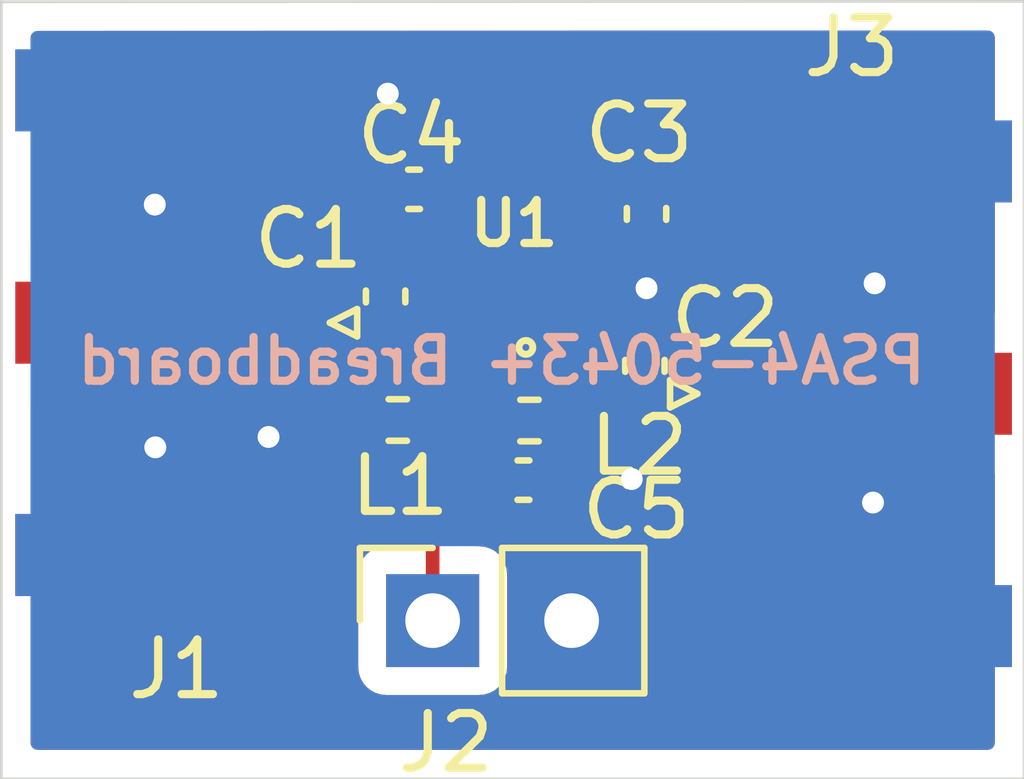
<source format=kicad_pcb>
(kicad_pcb (version 20171130) (host pcbnew "(5.1.10)-1")

  (general
    (thickness 1.6)
    (drawings 6)
    (tracks 59)
    (zones 0)
    (modules 11)
    (nets 8)
  )

  (page A4)
  (layers
    (0 F.Cu signal hide)
    (1 In1.Cu signal hide)
    (2 In2.Cu signal hide)
    (31 B.Cu signal hide)
    (32 B.Adhes user)
    (33 F.Adhes user)
    (34 B.Paste user)
    (35 F.Paste user)
    (36 B.SilkS user)
    (37 F.SilkS user)
    (38 B.Mask user)
    (39 F.Mask user)
    (40 Dwgs.User user)
    (41 Cmts.User user)
    (42 Eco1.User user)
    (43 Eco2.User user)
    (44 Edge.Cuts user)
    (45 Margin user)
    (46 B.CrtYd user)
    (47 F.CrtYd user)
    (48 B.Fab user)
    (49 F.Fab user hide)
  )

  (setup
    (last_trace_width 0.25)
    (trace_clearance 0.3048)
    (zone_clearance 0.508)
    (zone_45_only no)
    (trace_min 0.2)
    (via_size 0.8)
    (via_drill 0.4)
    (via_min_size 0.4)
    (via_min_drill 0.3)
    (uvia_size 0.3)
    (uvia_drill 0.1)
    (uvias_allowed no)
    (uvia_min_size 0.2)
    (uvia_min_drill 0.1)
    (edge_width 0.05)
    (segment_width 0.2)
    (pcb_text_width 0.3)
    (pcb_text_size 1.5 1.5)
    (mod_edge_width 0.12)
    (mod_text_size 1 1)
    (mod_text_width 0.15)
    (pad_size 1.7 1.7)
    (pad_drill 1)
    (pad_to_mask_clearance 0)
    (aux_axis_origin 0 0)
    (visible_elements 7FFFFFFF)
    (pcbplotparams
      (layerselection 0x010fc_ffffffff)
      (usegerberextensions false)
      (usegerberattributes true)
      (usegerberadvancedattributes true)
      (creategerberjobfile true)
      (excludeedgelayer true)
      (linewidth 0.100000)
      (plotframeref false)
      (viasonmask false)
      (mode 1)
      (useauxorigin false)
      (hpglpennumber 1)
      (hpglpenspeed 20)
      (hpglpendiameter 15.000000)
      (psnegative false)
      (psa4output false)
      (plotreference true)
      (plotvalue true)
      (plotinvisibletext false)
      (padsonsilk false)
      (subtractmaskfromsilk false)
      (outputformat 1)
      (mirror false)
      (drillshape 1)
      (scaleselection 1)
      (outputdirectory ""))
  )

  (net 0 "")
  (net 1 GND)
  (net 2 "Net-(C1-Pad1)")
  (net 3 "Net-(C2-Pad2)")
  (net 4 "Net-(C3-Pad1)")
  (net 5 "Net-(J2-Pad1)")
  (net 6 IN)
  (net 7 OUT)

  (net_class Default "This is the default net class."
    (clearance 0.3048)
    (trace_width 0.25)
    (via_dia 0.8)
    (via_drill 0.4)
    (uvia_dia 0.3)
    (uvia_drill 0.1)
    (add_net GND)
    (add_net "Net-(C3-Pad1)")
    (add_net "Net-(J2-Pad1)")
  )

  (net_class RF ""
    (clearance 0.6096)
    (trace_width 0.3556)
    (via_dia 0.6096)
    (via_drill 0.3048)
    (uvia_dia 0.3)
    (uvia_drill 0.1)
    (add_net IN)
    (add_net "Net-(C1-Pad1)")
    (add_net "Net-(C2-Pad2)")
    (add_net OUT)
  )

  (module Capacitor_SMD:C_0402_1005Metric (layer F.Cu) (tedit 5F68FEEE) (tstamp 628B88B8)
    (at 159.78 68.39 270)
    (descr "Capacitor SMD 0402 (1005 Metric), square (rectangular) end terminal, IPC_7351 nominal, (Body size source: IPC-SM-782 page 76, https://www.pcb-3d.com/wordpress/wp-content/uploads/ipc-sm-782a_amendment_1_and_2.pdf), generated with kicad-footprint-generator")
    (tags capacitor)
    (path /6287BF0D)
    (attr smd)
    (fp_text reference C1 (at -1.0546 1.411 180) (layer F.SilkS)
      (effects (font (size 1 1) (thickness 0.15)))
    )
    (fp_text value .1uF (at 0 1.16 90) (layer F.Fab)
      (effects (font (size 1 1) (thickness 0.15)))
    )
    (fp_line (start -0.5 0.25) (end -0.5 -0.25) (layer F.Fab) (width 0.1))
    (fp_line (start -0.5 -0.25) (end 0.5 -0.25) (layer F.Fab) (width 0.1))
    (fp_line (start 0.5 -0.25) (end 0.5 0.25) (layer F.Fab) (width 0.1))
    (fp_line (start 0.5 0.25) (end -0.5 0.25) (layer F.Fab) (width 0.1))
    (fp_line (start -0.107836 -0.36) (end 0.107836 -0.36) (layer F.SilkS) (width 0.12))
    (fp_line (start -0.107836 0.36) (end 0.107836 0.36) (layer F.SilkS) (width 0.12))
    (fp_line (start -0.91 0.46) (end -0.91 -0.46) (layer F.CrtYd) (width 0.05))
    (fp_line (start -0.91 -0.46) (end 0.91 -0.46) (layer F.CrtYd) (width 0.05))
    (fp_line (start 0.91 -0.46) (end 0.91 0.46) (layer F.CrtYd) (width 0.05))
    (fp_line (start 0.91 0.46) (end -0.91 0.46) (layer F.CrtYd) (width 0.05))
    (fp_text user %R (at 0 0 90) (layer F.Fab)
      (effects (font (size 0.25 0.25) (thickness 0.04)))
    )
    (pad 1 smd roundrect (at -0.48 0 270) (size 0.56 0.62) (layers F.Cu F.Paste F.Mask) (roundrect_rratio 0.25)
      (net 2 "Net-(C1-Pad1)"))
    (pad 2 smd roundrect (at 0.48 0 270) (size 0.56 0.62) (layers F.Cu F.Paste F.Mask) (roundrect_rratio 0.25)
      (net 6 IN))
    (model ${KISYS3DMOD}/Capacitor_SMD.3dshapes/C_0402_1005Metric.wrl
      (at (xyz 0 0 0))
      (scale (xyz 1 1 1))
      (rotate (xyz 0 0 0))
    )
  )

  (module Capacitor_SMD:C_0402_1005Metric (layer F.Cu) (tedit 5F68FEEE) (tstamp 628B88C9)
    (at 164.52 69.66 90)
    (descr "Capacitor SMD 0402 (1005 Metric), square (rectangular) end terminal, IPC_7351 nominal, (Body size source: IPC-SM-782 page 76, https://www.pcb-3d.com/wordpress/wp-content/uploads/ipc-sm-782a_amendment_1_and_2.pdf), generated with kicad-footprint-generator")
    (tags capacitor)
    (path /6287E727)
    (attr smd)
    (fp_text reference C2 (at 0.8768 1.469 180) (layer F.SilkS)
      (effects (font (size 1 1) (thickness 0.15)))
    )
    (fp_text value .1uF (at 0 1.16 90) (layer F.Fab)
      (effects (font (size 1 1) (thickness 0.15)))
    )
    (fp_line (start 0.91 0.46) (end -0.91 0.46) (layer F.CrtYd) (width 0.05))
    (fp_line (start 0.91 -0.46) (end 0.91 0.46) (layer F.CrtYd) (width 0.05))
    (fp_line (start -0.91 -0.46) (end 0.91 -0.46) (layer F.CrtYd) (width 0.05))
    (fp_line (start -0.91 0.46) (end -0.91 -0.46) (layer F.CrtYd) (width 0.05))
    (fp_line (start -0.107836 0.36) (end 0.107836 0.36) (layer F.SilkS) (width 0.12))
    (fp_line (start -0.107836 -0.36) (end 0.107836 -0.36) (layer F.SilkS) (width 0.12))
    (fp_line (start 0.5 0.25) (end -0.5 0.25) (layer F.Fab) (width 0.1))
    (fp_line (start 0.5 -0.25) (end 0.5 0.25) (layer F.Fab) (width 0.1))
    (fp_line (start -0.5 -0.25) (end 0.5 -0.25) (layer F.Fab) (width 0.1))
    (fp_line (start -0.5 0.25) (end -0.5 -0.25) (layer F.Fab) (width 0.1))
    (fp_text user %R (at 0 0 90) (layer F.Fab)
      (effects (font (size 0.25 0.25) (thickness 0.04)))
    )
    (pad 2 smd roundrect (at 0.48 0 90) (size 0.56 0.62) (layers F.Cu F.Paste F.Mask) (roundrect_rratio 0.25)
      (net 3 "Net-(C2-Pad2)"))
    (pad 1 smd roundrect (at -0.48 0 90) (size 0.56 0.62) (layers F.Cu F.Paste F.Mask) (roundrect_rratio 0.25)
      (net 7 OUT))
    (model ${KISYS3DMOD}/Capacitor_SMD.3dshapes/C_0402_1005Metric.wrl
      (at (xyz 0 0 0))
      (scale (xyz 1 1 1))
      (rotate (xyz 0 0 0))
    )
  )

  (module Capacitor_SMD:C_0402_1005Metric (layer F.Cu) (tedit 5F68FEEE) (tstamp 628B88DA)
    (at 164.55 66.88 270)
    (descr "Capacitor SMD 0402 (1005 Metric), square (rectangular) end terminal, IPC_7351 nominal, (Body size source: IPC-SM-782 page 76, https://www.pcb-3d.com/wordpress/wp-content/uploads/ipc-sm-782a_amendment_1_and_2.pdf), generated with kicad-footprint-generator")
    (tags capacitor)
    (path /6287FD9E)
    (attr smd)
    (fp_text reference C3 (at -1.475 0.1358 180) (layer F.SilkS)
      (effects (font (size 1 1) (thickness 0.15)))
    )
    (fp_text value .1uF (at 0 1.16 90) (layer F.Fab)
      (effects (font (size 1 1) (thickness 0.15)))
    )
    (fp_line (start -0.5 0.25) (end -0.5 -0.25) (layer F.Fab) (width 0.1))
    (fp_line (start -0.5 -0.25) (end 0.5 -0.25) (layer F.Fab) (width 0.1))
    (fp_line (start 0.5 -0.25) (end 0.5 0.25) (layer F.Fab) (width 0.1))
    (fp_line (start 0.5 0.25) (end -0.5 0.25) (layer F.Fab) (width 0.1))
    (fp_line (start -0.107836 -0.36) (end 0.107836 -0.36) (layer F.SilkS) (width 0.12))
    (fp_line (start -0.107836 0.36) (end 0.107836 0.36) (layer F.SilkS) (width 0.12))
    (fp_line (start -0.91 0.46) (end -0.91 -0.46) (layer F.CrtYd) (width 0.05))
    (fp_line (start -0.91 -0.46) (end 0.91 -0.46) (layer F.CrtYd) (width 0.05))
    (fp_line (start 0.91 -0.46) (end 0.91 0.46) (layer F.CrtYd) (width 0.05))
    (fp_line (start 0.91 0.46) (end -0.91 0.46) (layer F.CrtYd) (width 0.05))
    (fp_text user %R (at 0 0 90) (layer F.Fab)
      (effects (font (size 0.25 0.25) (thickness 0.04)))
    )
    (pad 1 smd roundrect (at -0.48 0 270) (size 0.56 0.62) (layers F.Cu F.Paste F.Mask) (roundrect_rratio 0.25)
      (net 4 "Net-(C3-Pad1)"))
    (pad 2 smd roundrect (at 0.48 0 270) (size 0.56 0.62) (layers F.Cu F.Paste F.Mask) (roundrect_rratio 0.25)
      (net 1 GND))
    (model ${KISYS3DMOD}/Capacitor_SMD.3dshapes/C_0402_1005Metric.wrl
      (at (xyz 0 0 0))
      (scale (xyz 1 1 1))
      (rotate (xyz 0 0 0))
    )
  )

  (module Capacitor_SMD:C_0402_1005Metric (layer F.Cu) (tedit 5F68FEEE) (tstamp 628B88EB)
    (at 160.3 66.43 180)
    (descr "Capacitor SMD 0402 (1005 Metric), square (rectangular) end terminal, IPC_7351 nominal, (Body size source: IPC-SM-782 page 76, https://www.pcb-3d.com/wordpress/wp-content/uploads/ipc-sm-782a_amendment_1_and_2.pdf), generated with kicad-footprint-generator")
    (tags capacitor)
    (path /628813AA)
    (attr smd)
    (fp_text reference C4 (at 0.0514 0.9996) (layer F.SilkS)
      (effects (font (size 1 1) (thickness 0.15)))
    )
    (fp_text value 100uF (at 0 1.16) (layer F.Fab)
      (effects (font (size 1 1) (thickness 0.15)))
    )
    (fp_line (start 0.91 0.46) (end -0.91 0.46) (layer F.CrtYd) (width 0.05))
    (fp_line (start 0.91 -0.46) (end 0.91 0.46) (layer F.CrtYd) (width 0.05))
    (fp_line (start -0.91 -0.46) (end 0.91 -0.46) (layer F.CrtYd) (width 0.05))
    (fp_line (start -0.91 0.46) (end -0.91 -0.46) (layer F.CrtYd) (width 0.05))
    (fp_line (start -0.107836 0.36) (end 0.107836 0.36) (layer F.SilkS) (width 0.12))
    (fp_line (start -0.107836 -0.36) (end 0.107836 -0.36) (layer F.SilkS) (width 0.12))
    (fp_line (start 0.5 0.25) (end -0.5 0.25) (layer F.Fab) (width 0.1))
    (fp_line (start 0.5 -0.25) (end 0.5 0.25) (layer F.Fab) (width 0.1))
    (fp_line (start -0.5 -0.25) (end 0.5 -0.25) (layer F.Fab) (width 0.1))
    (fp_line (start -0.5 0.25) (end -0.5 -0.25) (layer F.Fab) (width 0.1))
    (fp_text user %R (at 0 0) (layer F.Fab)
      (effects (font (size 0.25 0.25) (thickness 0.04)))
    )
    (pad 2 smd roundrect (at 0.48 0 180) (size 0.56 0.62) (layers F.Cu F.Paste F.Mask) (roundrect_rratio 0.25)
      (net 1 GND))
    (pad 1 smd roundrect (at -0.48 0 180) (size 0.56 0.62) (layers F.Cu F.Paste F.Mask) (roundrect_rratio 0.25)
      (net 4 "Net-(C3-Pad1)"))
    (model ${KISYS3DMOD}/Capacitor_SMD.3dshapes/C_0402_1005Metric.wrl
      (at (xyz 0 0 0))
      (scale (xyz 1 1 1))
      (rotate (xyz 0 0 0))
    )
  )

  (module Capacitor_SMD:C_0402_1005Metric (layer F.Cu) (tedit 5F68FEEE) (tstamp 628B88FC)
    (at 162.3 71.75)
    (descr "Capacitor SMD 0402 (1005 Metric), square (rectangular) end terminal, IPC_7351 nominal, (Body size source: IPC-SM-782 page 76, https://www.pcb-3d.com/wordpress/wp-content/uploads/ipc-sm-782a_amendment_1_and_2.pdf), generated with kicad-footprint-generator")
    (tags capacitor)
    (path /6288194B)
    (attr smd)
    (fp_text reference C5 (at 2.0634 0.5384) (layer F.SilkS)
      (effects (font (size 1 1) (thickness 0.15)))
    )
    (fp_text value 100uF (at -0.48 -1.31) (layer F.Fab)
      (effects (font (size 1 1) (thickness 0.15)))
    )
    (fp_line (start -0.5 0.25) (end -0.5 -0.25) (layer F.Fab) (width 0.1))
    (fp_line (start -0.5 -0.25) (end 0.5 -0.25) (layer F.Fab) (width 0.1))
    (fp_line (start 0.5 -0.25) (end 0.5 0.25) (layer F.Fab) (width 0.1))
    (fp_line (start 0.5 0.25) (end -0.5 0.25) (layer F.Fab) (width 0.1))
    (fp_line (start -0.107836 -0.36) (end 0.107836 -0.36) (layer F.SilkS) (width 0.12))
    (fp_line (start -0.107836 0.36) (end 0.107836 0.36) (layer F.SilkS) (width 0.12))
    (fp_line (start -0.91 0.46) (end -0.91 -0.46) (layer F.CrtYd) (width 0.05))
    (fp_line (start -0.91 -0.46) (end 0.91 -0.46) (layer F.CrtYd) (width 0.05))
    (fp_line (start 0.91 -0.46) (end 0.91 0.46) (layer F.CrtYd) (width 0.05))
    (fp_line (start 0.91 0.46) (end -0.91 0.46) (layer F.CrtYd) (width 0.05))
    (fp_text user %R (at 0 0) (layer F.Fab)
      (effects (font (size 0.25 0.25) (thickness 0.04)))
    )
    (pad 1 smd roundrect (at -0.48 0) (size 0.56 0.62) (layers F.Cu F.Paste F.Mask) (roundrect_rratio 0.25)
      (net 4 "Net-(C3-Pad1)"))
    (pad 2 smd roundrect (at 0.48 0) (size 0.56 0.62) (layers F.Cu F.Paste F.Mask) (roundrect_rratio 0.25)
      (net 1 GND))
    (model ${KISYS3DMOD}/Capacitor_SMD.3dshapes/C_0402_1005Metric.wrl
      (at (xyz 0 0 0))
      (scale (xyz 1 1 1))
      (rotate (xyz 0 0 0))
    )
  )

  (module Connector_Coaxial:SMA_Amphenol_132289_EdgeMount (layer F.Cu) (tedit 5A1C1810) (tstamp 628B891F)
    (at 155.55 68.87 180)
    (descr http://www.amphenolrf.com/132289.html)
    (tags SMA)
    (path /628B9C8E)
    (attr smd)
    (fp_text reference J1 (at -0.406 -6.3394 180) (layer F.SilkS)
      (effects (font (size 1 1) (thickness 0.15)))
    )
    (fp_text value Conn_01x05_Male (at 5 6) (layer F.Fab)
      (effects (font (size 1 1) (thickness 0.15)))
    )
    (fp_line (start -1.91 5.08) (end 4.445 5.08) (layer F.Fab) (width 0.1))
    (fp_line (start -1.91 3.81) (end -1.91 5.08) (layer F.Fab) (width 0.1))
    (fp_line (start 2.54 3.81) (end -1.91 3.81) (layer F.Fab) (width 0.1))
    (fp_line (start 2.54 -3.81) (end 2.54 3.81) (layer F.Fab) (width 0.1))
    (fp_line (start -1.91 -3.81) (end 2.54 -3.81) (layer F.Fab) (width 0.1))
    (fp_line (start -1.91 -5.08) (end -1.91 -3.81) (layer F.Fab) (width 0.1))
    (fp_line (start -1.91 -5.08) (end 4.445 -5.08) (layer F.Fab) (width 0.1))
    (fp_line (start 4.445 -3.81) (end 4.445 -5.08) (layer F.Fab) (width 0.1))
    (fp_line (start 4.445 5.08) (end 4.445 3.81) (layer F.Fab) (width 0.1))
    (fp_line (start 13.97 3.81) (end 4.445 3.81) (layer F.Fab) (width 0.1))
    (fp_line (start 13.97 -3.81) (end 13.97 3.81) (layer F.Fab) (width 0.1))
    (fp_line (start 4.445 -3.81) (end 13.97 -3.81) (layer F.Fab) (width 0.1))
    (fp_line (start -3.04 5.58) (end -3.04 -5.58) (layer B.CrtYd) (width 0.05))
    (fp_line (start 14.47 5.58) (end -3.04 5.58) (layer B.CrtYd) (width 0.05))
    (fp_line (start 14.47 -5.58) (end 14.47 5.58) (layer B.CrtYd) (width 0.05))
    (fp_line (start 14.47 -5.58) (end -3.04 -5.58) (layer B.CrtYd) (width 0.05))
    (fp_line (start -3.04 5.58) (end -3.04 -5.58) (layer F.CrtYd) (width 0.05))
    (fp_line (start 14.47 5.58) (end -3.04 5.58) (layer F.CrtYd) (width 0.05))
    (fp_line (start 14.47 -5.58) (end 14.47 5.58) (layer F.CrtYd) (width 0.05))
    (fp_line (start 14.47 -5.58) (end -3.04 -5.58) (layer F.CrtYd) (width 0.05))
    (fp_line (start 2.54 -0.75) (end 3.54 0) (layer F.Fab) (width 0.1))
    (fp_line (start 3.54 0) (end 2.54 0.75) (layer F.Fab) (width 0.1))
    (fp_line (start -3.21 0) (end -3.71 -0.25) (layer F.SilkS) (width 0.12))
    (fp_line (start -3.71 -0.25) (end -3.71 0.25) (layer F.SilkS) (width 0.12))
    (fp_line (start -3.71 0.25) (end -3.21 0) (layer F.SilkS) (width 0.12))
    (fp_text user %R (at 4.79 0 270) (layer F.Fab)
      (effects (font (size 1 1) (thickness 0.15)))
    )
    (pad 1 smd rect (at 0 0 270) (size 1.5 5.08) (layers F.Cu F.Paste F.Mask)
      (net 6 IN))
    (pad 2 smd rect (at 0 -4.25 270) (size 1.5 5.08) (layers F.Cu F.Paste F.Mask)
      (net 1 GND))
    (pad 2 smd rect (at 0 4.25 270) (size 1.5 5.08) (layers F.Cu F.Paste F.Mask)
      (net 1 GND))
    (pad 2 smd rect (at 0 -4.25 270) (size 1.5 5.08) (layers B.Cu B.Paste B.Mask)
      (net 1 GND))
    (pad 2 smd rect (at 0 4.25 270) (size 1.5 5.08) (layers B.Cu B.Paste B.Mask)
      (net 1 GND))
    (model ${KISYS3DMOD}/Connector_Coaxial.3dshapes/SMA_Amphenol_132289_EdgeMount.wrl
      (at (xyz 0 0 0))
      (scale (xyz 1 1 1))
      (rotate (xyz 0 0 0))
    )
  )

  (module Connector_PinSocket_2.54mm:PinSocket_1x02_P2.54mm_Vertical (layer F.Cu) (tedit 5A19A420) (tstamp 628B8935)
    (at 160.64 74.32 90)
    (descr "Through hole straight socket strip, 1x02, 2.54mm pitch, single row (from Kicad 4.0.7), script generated")
    (tags "Through hole socket strip THT 1x02 2.54mm single row")
    (path /628BAD4E)
    (fp_text reference J2 (at -2.2356 0.2436 180) (layer F.SilkS)
      (effects (font (size 1 1) (thickness 0.15)))
    )
    (fp_text value Conn_01x02_Male (at 0 5.31 90) (layer F.Fab)
      (effects (font (size 1 1) (thickness 0.15)))
    )
    (fp_line (start -1.27 -1.27) (end 0.635 -1.27) (layer F.Fab) (width 0.1))
    (fp_line (start 0.635 -1.27) (end 1.27 -0.635) (layer F.Fab) (width 0.1))
    (fp_line (start 1.27 -0.635) (end 1.27 3.81) (layer F.Fab) (width 0.1))
    (fp_line (start 1.27 3.81) (end -1.27 3.81) (layer F.Fab) (width 0.1))
    (fp_line (start -1.27 3.81) (end -1.27 -1.27) (layer F.Fab) (width 0.1))
    (fp_line (start -1.33 1.27) (end 1.33 1.27) (layer F.SilkS) (width 0.12))
    (fp_line (start -1.33 1.27) (end -1.33 3.87) (layer F.SilkS) (width 0.12))
    (fp_line (start -1.33 3.87) (end 1.33 3.87) (layer F.SilkS) (width 0.12))
    (fp_line (start 1.33 1.27) (end 1.33 3.87) (layer F.SilkS) (width 0.12))
    (fp_line (start 1.33 -1.33) (end 1.33 0) (layer F.SilkS) (width 0.12))
    (fp_line (start 0 -1.33) (end 1.33 -1.33) (layer F.SilkS) (width 0.12))
    (fp_line (start -1.8 -1.8) (end 1.75 -1.8) (layer F.CrtYd) (width 0.05))
    (fp_line (start 1.75 -1.8) (end 1.75 4.3) (layer F.CrtYd) (width 0.05))
    (fp_line (start 1.75 4.3) (end -1.8 4.3) (layer F.CrtYd) (width 0.05))
    (fp_line (start -1.8 4.3) (end -1.8 -1.8) (layer F.CrtYd) (width 0.05))
    (fp_text user %R (at 0 1.27) (layer F.Fab)
      (effects (font (size 1 1) (thickness 0.15)))
    )
    (pad 1 thru_hole rect (at 0 0 90) (size 1.7 1.7) (drill 1) (layers *.Cu *.Mask)
      (net 5 "Net-(J2-Pad1)"))
    (pad 2 thru_hole oval (at 0 2.54 90) (size 1.7 1.7) (drill 1) (layers *.Cu *.Mask)
      (net 1 GND))
    (model ${KISYS3DMOD}/Connector_PinSocket_2.54mm.3dshapes/PinSocket_1x02_P2.54mm_Vertical.wrl
      (at (xyz 0 0 0))
      (scale (xyz 1 1 1))
      (rotate (xyz 0 0 0))
    )
  )

  (module Connector_Coaxial:SMA_Amphenol_132289_EdgeMount (layer F.Cu) (tedit 5A1C1810) (tstamp 628B8958)
    (at 168.69 70.17)
    (descr http://www.amphenolrf.com/132289.html)
    (tags SMA)
    (path /628B8DFB)
    (attr smd)
    (fp_text reference J3 (at -0.3896 -6.3398 180) (layer F.SilkS)
      (effects (font (size 1 1) (thickness 0.15)))
    )
    (fp_text value Conn_01x05_Male (at 5 6) (layer F.Fab)
      (effects (font (size 1 1) (thickness 0.15)))
    )
    (fp_line (start -3.71 0.25) (end -3.21 0) (layer F.SilkS) (width 0.12))
    (fp_line (start -3.71 -0.25) (end -3.71 0.25) (layer F.SilkS) (width 0.12))
    (fp_line (start -3.21 0) (end -3.71 -0.25) (layer F.SilkS) (width 0.12))
    (fp_line (start 3.54 0) (end 2.54 0.75) (layer F.Fab) (width 0.1))
    (fp_line (start 2.54 -0.75) (end 3.54 0) (layer F.Fab) (width 0.1))
    (fp_line (start 14.47 -5.58) (end -3.04 -5.58) (layer F.CrtYd) (width 0.05))
    (fp_line (start 14.47 -5.58) (end 14.47 5.58) (layer F.CrtYd) (width 0.05))
    (fp_line (start 14.47 5.58) (end -3.04 5.58) (layer F.CrtYd) (width 0.05))
    (fp_line (start -3.04 5.58) (end -3.04 -5.58) (layer F.CrtYd) (width 0.05))
    (fp_line (start 14.47 -5.58) (end -3.04 -5.58) (layer B.CrtYd) (width 0.05))
    (fp_line (start 14.47 -5.58) (end 14.47 5.58) (layer B.CrtYd) (width 0.05))
    (fp_line (start 14.47 5.58) (end -3.04 5.58) (layer B.CrtYd) (width 0.05))
    (fp_line (start -3.04 5.58) (end -3.04 -5.58) (layer B.CrtYd) (width 0.05))
    (fp_line (start 4.445 -3.81) (end 13.97 -3.81) (layer F.Fab) (width 0.1))
    (fp_line (start 13.97 -3.81) (end 13.97 3.81) (layer F.Fab) (width 0.1))
    (fp_line (start 13.97 3.81) (end 4.445 3.81) (layer F.Fab) (width 0.1))
    (fp_line (start 4.445 5.08) (end 4.445 3.81) (layer F.Fab) (width 0.1))
    (fp_line (start 4.445 -3.81) (end 4.445 -5.08) (layer F.Fab) (width 0.1))
    (fp_line (start -1.91 -5.08) (end 4.445 -5.08) (layer F.Fab) (width 0.1))
    (fp_line (start -1.91 -5.08) (end -1.91 -3.81) (layer F.Fab) (width 0.1))
    (fp_line (start -1.91 -3.81) (end 2.54 -3.81) (layer F.Fab) (width 0.1))
    (fp_line (start 2.54 -3.81) (end 2.54 3.81) (layer F.Fab) (width 0.1))
    (fp_line (start 2.54 3.81) (end -1.91 3.81) (layer F.Fab) (width 0.1))
    (fp_line (start -1.91 3.81) (end -1.91 5.08) (layer F.Fab) (width 0.1))
    (fp_line (start -1.91 5.08) (end 4.445 5.08) (layer F.Fab) (width 0.1))
    (fp_text user %R (at 4.79 0 270) (layer F.Fab)
      (effects (font (size 1 1) (thickness 0.15)))
    )
    (pad 2 smd rect (at 0 4.25 90) (size 1.5 5.08) (layers B.Cu B.Paste B.Mask)
      (net 1 GND))
    (pad 2 smd rect (at 0 -4.25 90) (size 1.5 5.08) (layers B.Cu B.Paste B.Mask)
      (net 1 GND))
    (pad 2 smd rect (at 0 4.25 90) (size 1.5 5.08) (layers F.Cu F.Paste F.Mask)
      (net 1 GND))
    (pad 2 smd rect (at 0 -4.25 90) (size 1.5 5.08) (layers F.Cu F.Paste F.Mask)
      (net 1 GND))
    (pad 1 smd rect (at 0 0 90) (size 1.5 5.08) (layers F.Cu F.Paste F.Mask)
      (net 7 OUT))
    (model ${KISYS3DMOD}/Connector_Coaxial.3dshapes/SMA_Amphenol_132289_EdgeMount.wrl
      (at (xyz 0 0 0))
      (scale (xyz 1 1 1))
      (rotate (xyz 0 0 0))
    )
  )

  (module Resistor_SMD:R_0402_1005Metric_Pad0.72x0.64mm_HandSolder (layer F.Cu) (tedit 5F6BB9E0) (tstamp 628B8969)
    (at 160.0025 70.65)
    (descr "Resistor SMD 0402 (1005 Metric), square (rectangular) end terminal, IPC_7351 nominal with elongated pad for handsoldering. (Body size source: IPC-SM-782 page 72, https://www.pcb-3d.com/wordpress/wp-content/uploads/ipc-sm-782a_amendment_1_and_2.pdf), generated with kicad-footprint-generator")
    (tags "resistor handsolder")
    (path /62878D74)
    (attr smd)
    (fp_text reference L1 (at 0.0429 1.2066) (layer F.SilkS)
      (effects (font (size 1 1) (thickness 0.15)))
    )
    (fp_text value BLM15HG102SN1 (at -1.2625 2.07 180) (layer F.Fab)
      (effects (font (size 1 1) (thickness 0.15)))
    )
    (fp_line (start -0.525 0.27) (end -0.525 -0.27) (layer F.Fab) (width 0.1))
    (fp_line (start -0.525 -0.27) (end 0.525 -0.27) (layer F.Fab) (width 0.1))
    (fp_line (start 0.525 -0.27) (end 0.525 0.27) (layer F.Fab) (width 0.1))
    (fp_line (start 0.525 0.27) (end -0.525 0.27) (layer F.Fab) (width 0.1))
    (fp_line (start -0.167621 -0.38) (end 0.167621 -0.38) (layer F.SilkS) (width 0.12))
    (fp_line (start -0.167621 0.38) (end 0.167621 0.38) (layer F.SilkS) (width 0.12))
    (fp_line (start -1.1 0.47) (end -1.1 -0.47) (layer F.CrtYd) (width 0.05))
    (fp_line (start -1.1 -0.47) (end 1.1 -0.47) (layer F.CrtYd) (width 0.05))
    (fp_line (start 1.1 -0.47) (end 1.1 0.47) (layer F.CrtYd) (width 0.05))
    (fp_line (start 1.1 0.47) (end -1.1 0.47) (layer F.CrtYd) (width 0.05))
    (fp_text user %R (at 0 0) (layer F.Fab)
      (effects (font (size 0.26 0.26) (thickness 0.04)))
    )
    (pad 1 smd roundrect (at -0.5975 0) (size 0.715 0.64) (layers F.Cu F.Paste F.Mask) (roundrect_rratio 0.25)
      (net 5 "Net-(J2-Pad1)"))
    (pad 2 smd roundrect (at 0.5975 0) (size 0.715 0.64) (layers F.Cu F.Paste F.Mask) (roundrect_rratio 0.25)
      (net 4 "Net-(C3-Pad1)"))
    (model ${KISYS3DMOD}/Resistor_SMD.3dshapes/R_0402_1005Metric.wrl
      (at (xyz 0 0 0))
      (scale (xyz 1 1 1))
      (rotate (xyz 0 0 0))
    )
  )

  (module Resistor_SMD:R_0402_1005Metric_Pad0.72x0.64mm_HandSolder (layer F.Cu) (tedit 5F6BB9E0) (tstamp 628B897A)
    (at 162.41 70.66 180)
    (descr "Resistor SMD 0402 (1005 Metric), square (rectangular) end terminal, IPC_7351 nominal with elongated pad for handsoldering. (Body size source: IPC-SM-782 page 72, https://www.pcb-3d.com/wordpress/wp-content/uploads/ipc-sm-782a_amendment_1_and_2.pdf), generated with kicad-footprint-generator")
    (tags "resistor handsolder")
    (path /6287A7E4)
    (attr smd)
    (fp_text reference L2 (at -2.0042 -0.46) (layer F.SilkS)
      (effects (font (size 1 1) (thickness 0.15)))
    )
    (fp_text value BLM15HG102SN1 (at 0 1.17) (layer F.Fab)
      (effects (font (size 1 1) (thickness 0.15)))
    )
    (fp_line (start 1.1 0.47) (end -1.1 0.47) (layer F.CrtYd) (width 0.05))
    (fp_line (start 1.1 -0.47) (end 1.1 0.47) (layer F.CrtYd) (width 0.05))
    (fp_line (start -1.1 -0.47) (end 1.1 -0.47) (layer F.CrtYd) (width 0.05))
    (fp_line (start -1.1 0.47) (end -1.1 -0.47) (layer F.CrtYd) (width 0.05))
    (fp_line (start -0.167621 0.38) (end 0.167621 0.38) (layer F.SilkS) (width 0.12))
    (fp_line (start -0.167621 -0.38) (end 0.167621 -0.38) (layer F.SilkS) (width 0.12))
    (fp_line (start 0.525 0.27) (end -0.525 0.27) (layer F.Fab) (width 0.1))
    (fp_line (start 0.525 -0.27) (end 0.525 0.27) (layer F.Fab) (width 0.1))
    (fp_line (start -0.525 -0.27) (end 0.525 -0.27) (layer F.Fab) (width 0.1))
    (fp_line (start -0.525 0.27) (end -0.525 -0.27) (layer F.Fab) (width 0.1))
    (fp_text user %R (at 0 0) (layer F.Fab)
      (effects (font (size 0.26 0.26) (thickness 0.04)))
    )
    (pad 2 smd roundrect (at 0.5975 0 180) (size 0.715 0.64) (layers F.Cu F.Paste F.Mask) (roundrect_rratio 0.25)
      (net 4 "Net-(C3-Pad1)"))
    (pad 1 smd roundrect (at -0.5975 0 180) (size 0.715 0.64) (layers F.Cu F.Paste F.Mask) (roundrect_rratio 0.25)
      (net 3 "Net-(C2-Pad2)"))
    (model ${KISYS3DMOD}/Resistor_SMD.3dshapes/R_0402_1005Metric.wrl
      (at (xyz 0 0 0))
      (scale (xyz 1 1 1))
      (rotate (xyz 0 0 0))
    )
  )

  (module "EPIC PARTS:PSA4-5043+" (layer F.Cu) (tedit 62878DA3) (tstamp 628B8989)
    (at 162.09 68.56 90)
    (path /6287A954)
    (fp_text reference U1 (at 1.504 0.0382 180) (layer F.SilkS)
      (effects (font (size 0.787402 0.787402) (thickness 0.15)))
    )
    (fp_text value PSA4-5043+ (at 0 0 90) (layer F.Fab)
      (effects (font (size 0.787402 0.787402) (thickness 0.15)))
    )
    (fp_line (start -1 -0.55) (end 1 -0.55) (layer F.Fab) (width 0.2032))
    (fp_line (start 1 0.55) (end -1 0.55) (layer F.Fab) (width 0.2032))
    (fp_poly (pts (xy 0.150171 0.6) (xy 0.85 0.6) (xy 0.85 1.10126) (xy 0.150171 1.10126)) (layer F.Fab) (width 0.01))
    (fp_poly (pts (xy -0.851089 0.6) (xy -0.45 0.6) (xy -0.45 1.10141) (xy -0.851089 1.10141)) (layer F.Fab) (width 0.01))
    (fp_poly (pts (xy -0.851105 -1.1) (xy -0.45 -1.1) (xy -0.45 -0.60078) (xy -0.851105 -0.60078)) (layer F.Fab) (width 0.01))
    (fp_poly (pts (xy 0.450588 -1.1) (xy 0.85 -1.1) (xy 0.85 -0.600784) (xy 0.450588 -0.600784)) (layer F.Fab) (width 0.01))
    (fp_circle (center -0.762 0.254) (end -0.635 0.254) (layer F.SilkS) (width 0.127))
    (pad 2 smd rect (at 0.5 0.9 90) (size 0.9 0.8) (layers F.Cu F.Paste F.Mask)
      (net 1 GND))
    (pad 1 smd rect (at -0.65 0.9 90) (size 0.6 0.8) (layers F.Cu F.Paste F.Mask)
      (net 3 "Net-(C2-Pad2)"))
    (pad 4 smd rect (at -0.65 -0.9 90) (size 0.6 0.8) (layers F.Cu F.Paste F.Mask)
      (net 1 GND))
    (pad 3 smd rect (at 0.65 -0.9 90) (size 0.6 0.8) (layers F.Cu F.Paste F.Mask)
      (net 2 "Net-(C1-Pad1)"))
  )

  (gr_text "PSA4-5043+ Breadboard\n" (at 161.8996 69.5706) (layer B.SilkS)
    (effects (font (size 0.8 0.8) (thickness 0.15)) (justify mirror))
  )
  (gr_line (start 152.7556 77.216) (end 152.7556 62.992) (layer Edge.Cuts) (width 0.05))
  (gr_line (start 171.45 77.216) (end 152.7556 77.216) (layer Edge.Cuts) (width 0.05))
  (gr_line (start 171.45 62.992) (end 171.45 77.216) (layer Edge.Cuts) (width 0.05))
  (gr_line (start 171.196 62.992) (end 171.45 62.992) (layer Edge.Cuts) (width 0.05))
  (gr_line (start 152.7556 63) (end 171.196 62.992) (layer Edge.Cuts) (width 0.05))

  (via (at 164.55 68.24) (size 0.8) (drill 0.4) (layers F.Cu B.Cu) (net 1))
  (segment (start 164.55 67.36) (end 164.55 68.24) (width 0.25) (layer F.Cu) (net 1))
  (segment (start 164.37 68.06) (end 164.55 68.24) (width 0.25) (layer F.Cu) (net 1))
  (segment (start 162.99 68.06) (end 164.37 68.06) (width 0.25) (layer F.Cu) (net 1))
  (via (at 168.72 68.15) (size 0.8) (drill 0.4) (layers F.Cu B.Cu) (net 1))
  (segment (start 168.69 68.12) (end 168.72 68.15) (width 0.25) (layer F.Cu) (net 1))
  (segment (start 168.69 65.92) (end 168.69 68.12) (width 0.25) (layer F.Cu) (net 1))
  (segment (start 168.72 65.95) (end 168.69 65.92) (width 0.25) (layer B.Cu) (net 1))
  (segment (start 168.72 68.15) (end 168.72 65.95) (width 0.25) (layer B.Cu) (net 1))
  (via (at 168.69 72.16) (size 0.8) (drill 0.4) (layers F.Cu B.Cu) (net 1))
  (segment (start 168.69 74.42) (end 168.69 72.16) (width 0.25) (layer F.Cu) (net 1))
  (segment (start 168.69 72.16) (end 168.69 74.42) (width 0.25) (layer B.Cu) (net 1))
  (via (at 155.57 71.15) (size 0.8) (drill 0.4) (layers F.Cu B.Cu) (net 1))
  (segment (start 155.55 71.17) (end 155.57 71.15) (width 0.25) (layer F.Cu) (net 1))
  (segment (start 155.55 73.12) (end 155.55 71.17) (width 0.25) (layer F.Cu) (net 1))
  (segment (start 155.57 73.1) (end 155.55 73.12) (width 0.25) (layer B.Cu) (net 1))
  (segment (start 155.57 71.15) (end 155.57 73.1) (width 0.25) (layer B.Cu) (net 1))
  (via (at 155.56 66.71) (size 0.8) (drill 0.4) (layers F.Cu B.Cu) (net 1))
  (segment (start 155.55 66.7) (end 155.56 66.71) (width 0.25) (layer B.Cu) (net 1))
  (segment (start 155.55 64.62) (end 155.55 66.7) (width 0.25) (layer B.Cu) (net 1))
  (segment (start 155.56 64.63) (end 155.55 64.62) (width 0.25) (layer F.Cu) (net 1))
  (segment (start 155.56 66.71) (end 155.56 64.63) (width 0.25) (layer F.Cu) (net 1))
  (via (at 159.82 64.68) (size 0.8) (drill 0.4) (layers F.Cu B.Cu) (net 1))
  (segment (start 159.82 66.43) (end 159.82 64.68) (width 0.25) (layer F.Cu) (net 1))
  (segment (start 155.61 64.68) (end 155.55 64.62) (width 0.25) (layer B.Cu) (net 1))
  (segment (start 159.82 64.68) (end 155.61 64.68) (width 0.25) (layer B.Cu) (net 1))
  (segment (start 164.64 68.15) (end 164.55 68.24) (width 0.25) (layer B.Cu) (net 1))
  (segment (start 168.72 68.15) (end 164.64 68.15) (width 0.25) (layer B.Cu) (net 1))
  (segment (start 164.26 71.75) (end 164.28 71.73) (width 0.25) (layer F.Cu) (net 1))
  (via (at 164.28 71.73) (size 0.8) (drill 0.4) (layers F.Cu B.Cu) (net 1))
  (segment (start 162.78 71.75) (end 164.26 71.75) (width 0.25) (layer F.Cu) (net 1))
  (segment (start 161.19 69.21) (end 160.92 69.21) (width 0.25) (layer F.Cu) (net 1))
  (segment (start 158.59501 70.00499) (end 157.64 70.96) (width 0.25) (layer F.Cu) (net 1))
  (via (at 157.64 70.96) (size 0.8) (drill 0.4) (layers F.Cu B.Cu) (net 1))
  (segment (start 160.12501 70.00499) (end 158.59501 70.00499) (width 0.25) (layer F.Cu) (net 1))
  (segment (start 160.92 69.21) (end 160.12501 70.00499) (width 0.25) (layer F.Cu) (net 1))
  (segment (start 159.78 67.91) (end 161.19 67.91) (width 0.3556) (layer F.Cu) (net 2))
  (segment (start 163.02 69.18) (end 162.99 69.21) (width 0.3556) (layer F.Cu) (net 3))
  (segment (start 164.52 69.18) (end 163.02 69.18) (width 0.3556) (layer F.Cu) (net 3))
  (segment (start 162.99 70.6425) (end 163.0075 70.66) (width 0.3556) (layer F.Cu) (net 3))
  (segment (start 162.99 69.21) (end 162.99 70.6425) (width 0.3556) (layer F.Cu) (net 3))
  (segment (start 160.81 66.4) (end 160.78 66.43) (width 0.25) (layer F.Cu) (net 4))
  (segment (start 161.8025 70.65) (end 161.8125 70.66) (width 0.25) (layer F.Cu) (net 4))
  (segment (start 160.6 70.65) (end 161.8025 70.65) (width 0.25) (layer F.Cu) (net 4))
  (segment (start 161.82 70.6675) (end 161.8125 70.66) (width 0.25) (layer F.Cu) (net 4))
  (segment (start 161.82 71.75) (end 161.82 70.6675) (width 0.25) (layer F.Cu) (net 4))
  (segment (start 160.6 70.65) (end 160.6 70.38) (width 0.25) (layer F.Cu) (net 4))
  (segment (start 160.6 70.38) (end 161.05 69.93) (width 0.25) (layer F.Cu) (net 4))
  (segment (start 161.05 69.93) (end 161.755002 69.93) (width 0.25) (layer F.Cu) (net 4))
  (segment (start 161.95 69.735002) (end 161.95 66.4) (width 0.25) (layer F.Cu) (net 4))
  (segment (start 161.755002 69.93) (end 161.95 69.735002) (width 0.25) (layer F.Cu) (net 4))
  (segment (start 161.95 66.4) (end 160.81 66.4) (width 0.25) (layer F.Cu) (net 4))
  (segment (start 164.55 66.4) (end 161.95 66.4) (width 0.25) (layer F.Cu) (net 4))
  (segment (start 160.64 74.32) (end 160.64 72.86) (width 0.25) (layer F.Cu) (net 5))
  (segment (start 159.405 71.625) (end 159.405 70.65) (width 0.25) (layer F.Cu) (net 5))
  (segment (start 160.64 72.86) (end 159.405 71.625) (width 0.25) (layer F.Cu) (net 5))
  (segment (start 155.55 68.87) (end 159.78 68.87) (width 0.3556) (layer F.Cu) (net 6))
  (segment (start 164.55 70.17) (end 164.52 70.14) (width 0.3556) (layer F.Cu) (net 7))
  (segment (start 168.69 70.17) (end 164.55 70.17) (width 0.3556) (layer F.Cu) (net 7))

  (zone (net 1) (net_name GND) (layer B.Cu) (tstamp 0) (hatch edge 0.508)
    (connect_pads yes (clearance 0.508))
    (min_thickness 0.254)
    (fill yes (arc_segments 32) (thermal_gap 0.508) (thermal_bridge_width 0.508))
    (polygon
      (pts
        (xy 171.45 77.1906) (xy 152.7556 77.216) (xy 152.7556 62.992) (xy 171.45 62.992)
      )
    )
    (filled_polygon
      (pts
        (xy 170.790001 76.556) (xy 153.4156 76.556) (xy 153.4156 73.47) (xy 159.151928 73.47) (xy 159.151928 75.17)
        (xy 159.164188 75.294482) (xy 159.200498 75.41418) (xy 159.259463 75.524494) (xy 159.338815 75.621185) (xy 159.435506 75.700537)
        (xy 159.54582 75.759502) (xy 159.665518 75.795812) (xy 159.79 75.808072) (xy 161.49 75.808072) (xy 161.614482 75.795812)
        (xy 161.73418 75.759502) (xy 161.844494 75.700537) (xy 161.941185 75.621185) (xy 162.020537 75.524494) (xy 162.079502 75.41418)
        (xy 162.115812 75.294482) (xy 162.128072 75.17) (xy 162.128072 73.47) (xy 162.115812 73.345518) (xy 162.079502 73.22582)
        (xy 162.020537 73.115506) (xy 161.941185 73.018815) (xy 161.844494 72.939463) (xy 161.73418 72.880498) (xy 161.614482 72.844188)
        (xy 161.49 72.831928) (xy 159.79 72.831928) (xy 159.665518 72.844188) (xy 159.54582 72.880498) (xy 159.435506 72.939463)
        (xy 159.338815 73.018815) (xy 159.259463 73.115506) (xy 159.200498 73.22582) (xy 159.164188 73.345518) (xy 159.151928 73.47)
        (xy 153.4156 73.47) (xy 153.4156 63.659714) (xy 170.79 63.652175)
      )
    )
  )
  (zone (net 1) (net_name GND) (layer In2.Cu) (tstamp 0) (hatch edge 0.508)
    (connect_pads yes (clearance 0.508))
    (min_thickness 0.254)
    (fill yes (arc_segments 32) (thermal_gap 0.508) (thermal_bridge_width 0.508))
    (polygon
      (pts
        (xy 171.45 77.1906) (xy 152.7556 77.216) (xy 152.7556 62.992) (xy 171.45 62.992)
      )
    )
    (filled_polygon
      (pts
        (xy 170.790001 76.556) (xy 153.4156 76.556) (xy 153.4156 73.47) (xy 159.151928 73.47) (xy 159.151928 75.17)
        (xy 159.164188 75.294482) (xy 159.200498 75.41418) (xy 159.259463 75.524494) (xy 159.338815 75.621185) (xy 159.435506 75.700537)
        (xy 159.54582 75.759502) (xy 159.665518 75.795812) (xy 159.79 75.808072) (xy 161.49 75.808072) (xy 161.614482 75.795812)
        (xy 161.73418 75.759502) (xy 161.844494 75.700537) (xy 161.941185 75.621185) (xy 162.020537 75.524494) (xy 162.079502 75.41418)
        (xy 162.115812 75.294482) (xy 162.128072 75.17) (xy 162.128072 73.47) (xy 162.115812 73.345518) (xy 162.079502 73.22582)
        (xy 162.020537 73.115506) (xy 161.941185 73.018815) (xy 161.844494 72.939463) (xy 161.73418 72.880498) (xy 161.614482 72.844188)
        (xy 161.49 72.831928) (xy 159.79 72.831928) (xy 159.665518 72.844188) (xy 159.54582 72.880498) (xy 159.435506 72.939463)
        (xy 159.338815 73.018815) (xy 159.259463 73.115506) (xy 159.200498 73.22582) (xy 159.164188 73.345518) (xy 159.151928 73.47)
        (xy 153.4156 73.47) (xy 153.4156 63.659714) (xy 170.79 63.652175)
      )
    )
  )
  (zone (net 1) (net_name GND) (layer In1.Cu) (tstamp 0) (hatch edge 0.508)
    (connect_pads yes (clearance 0.508))
    (min_thickness 0.254)
    (fill yes (arc_segments 32) (thermal_gap 0.508) (thermal_bridge_width 0.508))
    (polygon
      (pts
        (xy 171.45 77.216) (xy 152.7556 77.216) (xy 152.7556 62.992) (xy 171.45 62.992)
      )
    )
    (filled_polygon
      (pts
        (xy 170.790001 76.556) (xy 153.4156 76.556) (xy 153.4156 73.47) (xy 159.151928 73.47) (xy 159.151928 75.17)
        (xy 159.164188 75.294482) (xy 159.200498 75.41418) (xy 159.259463 75.524494) (xy 159.338815 75.621185) (xy 159.435506 75.700537)
        (xy 159.54582 75.759502) (xy 159.665518 75.795812) (xy 159.79 75.808072) (xy 161.49 75.808072) (xy 161.614482 75.795812)
        (xy 161.73418 75.759502) (xy 161.844494 75.700537) (xy 161.941185 75.621185) (xy 162.020537 75.524494) (xy 162.079502 75.41418)
        (xy 162.115812 75.294482) (xy 162.128072 75.17) (xy 162.128072 73.47) (xy 162.115812 73.345518) (xy 162.079502 73.22582)
        (xy 162.020537 73.115506) (xy 161.941185 73.018815) (xy 161.844494 72.939463) (xy 161.73418 72.880498) (xy 161.614482 72.844188)
        (xy 161.49 72.831928) (xy 159.79 72.831928) (xy 159.665518 72.844188) (xy 159.54582 72.880498) (xy 159.435506 72.939463)
        (xy 159.338815 73.018815) (xy 159.259463 73.115506) (xy 159.200498 73.22582) (xy 159.164188 73.345518) (xy 159.151928 73.47)
        (xy 153.4156 73.47) (xy 153.4156 63.659714) (xy 170.79 63.652175)
      )
    )
  )
  (zone (net 1) (net_name GND) (layer F.Cu) (tstamp 0) (hatch edge 0.508)
    (connect_pads yes (clearance 0.508))
    (min_thickness 0.254)
    (fill yes (arc_segments 32) (thermal_gap 0.508) (thermal_bridge_width 0.508))
    (polygon
      (pts
        (xy 171.45 77.216) (xy 152.7556 77.216) (xy 152.7556 63.0174) (xy 171.45 62.992)
      )
    )
    (filled_polygon
      (pts
        (xy 158.424763 70.334304) (xy 158.409428 70.49) (xy 158.409428 70.81) (xy 158.424763 70.965696) (xy 158.470178 71.115409)
        (xy 158.543927 71.253385) (xy 158.643178 71.374322) (xy 158.645 71.375818) (xy 158.645 71.587677) (xy 158.641324 71.625)
        (xy 158.645 71.662322) (xy 158.645 71.662332) (xy 158.655997 71.773985) (xy 158.693915 71.898985) (xy 158.699454 71.917246)
        (xy 158.770026 72.049276) (xy 158.808637 72.096323) (xy 158.864999 72.165001) (xy 158.894003 72.188804) (xy 159.576415 72.871217)
        (xy 159.54582 72.880498) (xy 159.435506 72.939463) (xy 159.338815 73.018815) (xy 159.259463 73.115506) (xy 159.200498 73.22582)
        (xy 159.164188 73.345518) (xy 159.151928 73.47) (xy 159.151928 75.17) (xy 159.164188 75.294482) (xy 159.200498 75.41418)
        (xy 159.259463 75.524494) (xy 159.338815 75.621185) (xy 159.435506 75.700537) (xy 159.54582 75.759502) (xy 159.665518 75.795812)
        (xy 159.79 75.808072) (xy 161.49 75.808072) (xy 161.614482 75.795812) (xy 161.73418 75.759502) (xy 161.844494 75.700537)
        (xy 161.941185 75.621185) (xy 162.020537 75.524494) (xy 162.079502 75.41418) (xy 162.115812 75.294482) (xy 162.128072 75.17)
        (xy 162.128072 73.47) (xy 162.115812 73.345518) (xy 162.079502 73.22582) (xy 162.020537 73.115506) (xy 161.941185 73.018815)
        (xy 161.844494 72.939463) (xy 161.73418 72.880498) (xy 161.614482 72.844188) (xy 161.49 72.831928) (xy 161.400911 72.831928)
        (xy 161.4 72.822675) (xy 161.4 72.822667) (xy 161.389003 72.711014) (xy 161.364183 72.62919) (xy 161.382245 72.638845)
        (xy 161.528206 72.683122) (xy 161.68 72.698072) (xy 161.96 72.698072) (xy 162.111794 72.683122) (xy 162.257755 72.638845)
        (xy 162.392274 72.566943) (xy 162.51018 72.47018) (xy 162.606943 72.352274) (xy 162.678845 72.217755) (xy 162.723122 72.071794)
        (xy 162.738072 71.92) (xy 162.738072 71.71308) (xy 162.81 71.720164) (xy 163.205 71.720164) (xy 163.380613 71.702868)
        (xy 163.549478 71.651643) (xy 163.705104 71.568459) (xy 163.841512 71.456512) (xy 163.953459 71.320104) (xy 164.036643 71.164478)
        (xy 164.054475 71.105694) (xy 164.178289 71.143252) (xy 164.35 71.160164) (xy 164.69 71.160164) (xy 164.861711 71.143252)
        (xy 165.026824 71.093166) (xy 165.043224 71.0844) (xy 165.430125 71.0844) (xy 165.466178 71.203249) (xy 165.534576 71.331213)
        (xy 165.626625 71.443375) (xy 165.738787 71.535424) (xy 165.866751 71.603822) (xy 166.005601 71.645942) (xy 166.15 71.660164)
        (xy 170.790001 71.660164) (xy 170.790001 76.556) (xy 153.4156 76.556) (xy 153.4156 70.360164) (xy 158.09 70.360164)
        (xy 158.234399 70.345942) (xy 158.373249 70.303822) (xy 158.445768 70.26506)
      )
    )
    (filled_polygon
      (pts
        (xy 161.19 69.17) (xy 161.087322 69.17) (xy 161.049999 69.166324) (xy 161.012676 69.17) (xy 161.012667 69.17)
        (xy 160.901014 69.180997) (xy 160.804597 69.210244) (xy 160.813252 69.181711) (xy 160.830164 69.01) (xy 160.830164 68.950164)
        (xy 161.19 68.950164)
      )
    )
    (filled_polygon
      (pts
        (xy 170.79 68.679836) (xy 166.15 68.679836) (xy 166.005601 68.694058) (xy 165.866751 68.736178) (xy 165.738787 68.804576)
        (xy 165.626625 68.896625) (xy 165.563606 68.973414) (xy 165.553252 68.868289) (xy 165.503166 68.703176) (xy 165.42183 68.551007)
        (xy 165.31237 68.41763) (xy 165.178993 68.30817) (xy 165.026824 68.226834) (xy 164.861711 68.176748) (xy 164.69 68.159836)
        (xy 164.35 68.159836) (xy 164.178289 68.176748) (xy 164.013176 68.226834) (xy 163.94065 68.2656) (xy 163.747003 68.2656)
        (xy 163.673249 68.226178) (xy 163.534399 68.184058) (xy 163.39 68.169836) (xy 162.71 68.169836) (xy 162.71 67.16)
        (xy 163.914896 67.16) (xy 163.947726 67.186943) (xy 164.082245 67.258845) (xy 164.228206 67.303122) (xy 164.38 67.318072)
        (xy 164.72 67.318072) (xy 164.871794 67.303122) (xy 165.017755 67.258845) (xy 165.152274 67.186943) (xy 165.27018 67.09018)
        (xy 165.366943 66.972274) (xy 165.438845 66.837755) (xy 165.483122 66.691794) (xy 165.498072 66.54) (xy 165.498072 66.26)
        (xy 165.483122 66.108206) (xy 165.438845 65.962245) (xy 165.366943 65.827726) (xy 165.27018 65.70982) (xy 165.152274 65.613057)
        (xy 165.017755 65.541155) (xy 164.871794 65.496878) (xy 164.72 65.481928) (xy 164.38 65.481928) (xy 164.228206 65.496878)
        (xy 164.082245 65.541155) (xy 163.947726 65.613057) (xy 163.914896 65.64) (xy 161.987333 65.64) (xy 161.95 65.636323)
        (xy 161.912667 65.64) (xy 161.385104 65.64) (xy 161.352274 65.613057) (xy 161.217755 65.541155) (xy 161.071794 65.496878)
        (xy 160.92 65.481928) (xy 160.64 65.481928) (xy 160.488206 65.496878) (xy 160.342245 65.541155) (xy 160.207726 65.613057)
        (xy 160.08982 65.70982) (xy 159.993057 65.827726) (xy 159.921155 65.962245) (xy 159.876878 66.108206) (xy 159.861928 66.26)
        (xy 159.861928 66.6) (xy 159.876878 66.751794) (xy 159.918753 66.889836) (xy 159.61 66.889836) (xy 159.438289 66.906748)
        (xy 159.273176 66.956834) (xy 159.121007 67.03817) (xy 158.98763 67.14763) (xy 158.87817 67.281007) (xy 158.796834 67.433176)
        (xy 158.746748 67.598289) (xy 158.731129 67.756877) (xy 158.705424 67.708787) (xy 158.613375 67.596625) (xy 158.501213 67.504576)
        (xy 158.373249 67.436178) (xy 158.234399 67.394058) (xy 158.09 67.379836) (xy 153.4156 67.379836) (xy 153.4156 63.659714)
        (xy 170.79 63.652175)
      )
    )
  )
)

</source>
